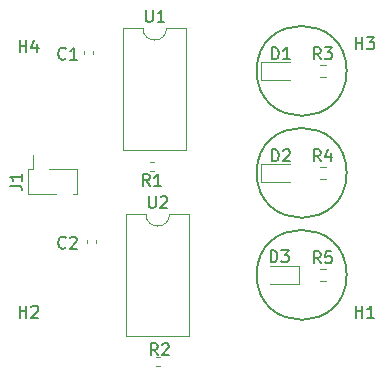
<source format=gbr>
%TF.GenerationSoftware,KiCad,Pcbnew,(6.0.1)*%
%TF.CreationDate,2022-06-16T19:17:59+05:45*%
%TF.ProjectId,Traffic Lights_555 timer,54726166-6669-4632-904c-69676874735f,rev?*%
%TF.SameCoordinates,Original*%
%TF.FileFunction,Legend,Top*%
%TF.FilePolarity,Positive*%
%FSLAX46Y46*%
G04 Gerber Fmt 4.6, Leading zero omitted, Abs format (unit mm)*
G04 Created by KiCad (PCBNEW (6.0.1)) date 2022-06-16 19:17:59*
%MOMM*%
%LPD*%
G01*
G04 APERTURE LIST*
%ADD10C,0.200000*%
%ADD11C,0.150000*%
%ADD12C,0.120000*%
G04 APERTURE END LIST*
D10*
X45720000Y-42672000D02*
G75*
G03*
X45720000Y-42672000I-3810000J0D01*
G01*
X45720000Y-34036000D02*
G75*
G03*
X45720000Y-34036000I-3810000J0D01*
G01*
X45720000Y-25400000D02*
G75*
G03*
X45720000Y-25400000I-3810000J0D01*
G01*
D11*
%TO.C,J1*%
X17220380Y-35131333D02*
X17934666Y-35131333D01*
X18077523Y-35178952D01*
X18172761Y-35274190D01*
X18220380Y-35417047D01*
X18220380Y-35512285D01*
X18220380Y-34131333D02*
X18220380Y-34702761D01*
X18220380Y-34417047D02*
X17220380Y-34417047D01*
X17363238Y-34512285D01*
X17458476Y-34607523D01*
X17506095Y-34702761D01*
%TO.C,H4*%
X18034095Y-23820380D02*
X18034095Y-22820380D01*
X18034095Y-23296571D02*
X18605523Y-23296571D01*
X18605523Y-23820380D02*
X18605523Y-22820380D01*
X19510285Y-23153714D02*
X19510285Y-23820380D01*
X19272190Y-22772761D02*
X19034095Y-23487047D01*
X19653142Y-23487047D01*
%TO.C,H3*%
X46482095Y-23566380D02*
X46482095Y-22566380D01*
X46482095Y-23042571D02*
X47053523Y-23042571D01*
X47053523Y-23566380D02*
X47053523Y-22566380D01*
X47434476Y-22566380D02*
X48053523Y-22566380D01*
X47720190Y-22947333D01*
X47863047Y-22947333D01*
X47958285Y-22994952D01*
X48005904Y-23042571D01*
X48053523Y-23137809D01*
X48053523Y-23375904D01*
X48005904Y-23471142D01*
X47958285Y-23518761D01*
X47863047Y-23566380D01*
X47577333Y-23566380D01*
X47482095Y-23518761D01*
X47434476Y-23471142D01*
%TO.C,H2*%
X18034095Y-46290380D02*
X18034095Y-45290380D01*
X18034095Y-45766571D02*
X18605523Y-45766571D01*
X18605523Y-46290380D02*
X18605523Y-45290380D01*
X19034095Y-45385619D02*
X19081714Y-45338000D01*
X19176952Y-45290380D01*
X19415047Y-45290380D01*
X19510285Y-45338000D01*
X19557904Y-45385619D01*
X19605523Y-45480857D01*
X19605523Y-45576095D01*
X19557904Y-45718952D01*
X18986476Y-46290380D01*
X19605523Y-46290380D01*
%TO.C,H1*%
X46482095Y-46290380D02*
X46482095Y-45290380D01*
X46482095Y-45766571D02*
X47053523Y-45766571D01*
X47053523Y-46290380D02*
X47053523Y-45290380D01*
X48053523Y-46290380D02*
X47482095Y-46290380D01*
X47767809Y-46290380D02*
X47767809Y-45290380D01*
X47672571Y-45433238D01*
X47577333Y-45528476D01*
X47482095Y-45576095D01*
%TO.C,U2*%
X28966095Y-35994380D02*
X28966095Y-36803904D01*
X29013714Y-36899142D01*
X29061333Y-36946761D01*
X29156571Y-36994380D01*
X29347047Y-36994380D01*
X29442285Y-36946761D01*
X29489904Y-36899142D01*
X29537523Y-36803904D01*
X29537523Y-35994380D01*
X29966095Y-36089619D02*
X30013714Y-36042000D01*
X30108952Y-35994380D01*
X30347047Y-35994380D01*
X30442285Y-36042000D01*
X30489904Y-36089619D01*
X30537523Y-36184857D01*
X30537523Y-36280095D01*
X30489904Y-36422952D01*
X29918476Y-36994380D01*
X30537523Y-36994380D01*
%TO.C,U1*%
X28712095Y-20246380D02*
X28712095Y-21055904D01*
X28759714Y-21151142D01*
X28807333Y-21198761D01*
X28902571Y-21246380D01*
X29093047Y-21246380D01*
X29188285Y-21198761D01*
X29235904Y-21151142D01*
X29283523Y-21055904D01*
X29283523Y-20246380D01*
X30283523Y-21246380D02*
X29712095Y-21246380D01*
X29997809Y-21246380D02*
X29997809Y-20246380D01*
X29902571Y-20389238D01*
X29807333Y-20484476D01*
X29712095Y-20532095D01*
%TO.C,R5*%
X43521333Y-41694380D02*
X43188000Y-41218190D01*
X42949904Y-41694380D02*
X42949904Y-40694380D01*
X43330857Y-40694380D01*
X43426095Y-40742000D01*
X43473714Y-40789619D01*
X43521333Y-40884857D01*
X43521333Y-41027714D01*
X43473714Y-41122952D01*
X43426095Y-41170571D01*
X43330857Y-41218190D01*
X42949904Y-41218190D01*
X44426095Y-40694380D02*
X43949904Y-40694380D01*
X43902285Y-41170571D01*
X43949904Y-41122952D01*
X44045142Y-41075333D01*
X44283238Y-41075333D01*
X44378476Y-41122952D01*
X44426095Y-41170571D01*
X44473714Y-41265809D01*
X44473714Y-41503904D01*
X44426095Y-41599142D01*
X44378476Y-41646761D01*
X44283238Y-41694380D01*
X44045142Y-41694380D01*
X43949904Y-41646761D01*
X43902285Y-41599142D01*
%TO.C,R4*%
X43521333Y-33058380D02*
X43188000Y-32582190D01*
X42949904Y-33058380D02*
X42949904Y-32058380D01*
X43330857Y-32058380D01*
X43426095Y-32106000D01*
X43473714Y-32153619D01*
X43521333Y-32248857D01*
X43521333Y-32391714D01*
X43473714Y-32486952D01*
X43426095Y-32534571D01*
X43330857Y-32582190D01*
X42949904Y-32582190D01*
X44378476Y-32391714D02*
X44378476Y-33058380D01*
X44140380Y-32010761D02*
X43902285Y-32725047D01*
X44521333Y-32725047D01*
%TO.C,R3*%
X43521333Y-24422380D02*
X43188000Y-23946190D01*
X42949904Y-24422380D02*
X42949904Y-23422380D01*
X43330857Y-23422380D01*
X43426095Y-23470000D01*
X43473714Y-23517619D01*
X43521333Y-23612857D01*
X43521333Y-23755714D01*
X43473714Y-23850952D01*
X43426095Y-23898571D01*
X43330857Y-23946190D01*
X42949904Y-23946190D01*
X43854666Y-23422380D02*
X44473714Y-23422380D01*
X44140380Y-23803333D01*
X44283238Y-23803333D01*
X44378476Y-23850952D01*
X44426095Y-23898571D01*
X44473714Y-23993809D01*
X44473714Y-24231904D01*
X44426095Y-24327142D01*
X44378476Y-24374761D01*
X44283238Y-24422380D01*
X43997523Y-24422380D01*
X43902285Y-24374761D01*
X43854666Y-24327142D01*
%TO.C,R2*%
X29718954Y-49474380D02*
X29385621Y-48998190D01*
X29147525Y-49474380D02*
X29147525Y-48474380D01*
X29528478Y-48474380D01*
X29623716Y-48522000D01*
X29671335Y-48569619D01*
X29718954Y-48664857D01*
X29718954Y-48807714D01*
X29671335Y-48902952D01*
X29623716Y-48950571D01*
X29528478Y-48998190D01*
X29147525Y-48998190D01*
X30099906Y-48569619D02*
X30147525Y-48522000D01*
X30242763Y-48474380D01*
X30480859Y-48474380D01*
X30576097Y-48522000D01*
X30623716Y-48569619D01*
X30671335Y-48664857D01*
X30671335Y-48760095D01*
X30623716Y-48902952D01*
X30052287Y-49474380D01*
X30671335Y-49474380D01*
%TO.C,R1*%
X29043333Y-35150380D02*
X28710000Y-34674190D01*
X28471904Y-35150380D02*
X28471904Y-34150380D01*
X28852857Y-34150380D01*
X28948095Y-34198000D01*
X28995714Y-34245619D01*
X29043333Y-34340857D01*
X29043333Y-34483714D01*
X28995714Y-34578952D01*
X28948095Y-34626571D01*
X28852857Y-34674190D01*
X28471904Y-34674190D01*
X29995714Y-35150380D02*
X29424285Y-35150380D01*
X29710000Y-35150380D02*
X29710000Y-34150380D01*
X29614761Y-34293238D01*
X29519523Y-34388476D01*
X29424285Y-34436095D01*
%TO.C,D3*%
X39280904Y-41600380D02*
X39280904Y-40600380D01*
X39519000Y-40600380D01*
X39661857Y-40648000D01*
X39757095Y-40743238D01*
X39804714Y-40838476D01*
X39852333Y-41028952D01*
X39852333Y-41171809D01*
X39804714Y-41362285D01*
X39757095Y-41457523D01*
X39661857Y-41552761D01*
X39519000Y-41600380D01*
X39280904Y-41600380D01*
X40185666Y-40600380D02*
X40804714Y-40600380D01*
X40471380Y-40981333D01*
X40614238Y-40981333D01*
X40709476Y-41028952D01*
X40757095Y-41076571D01*
X40804714Y-41171809D01*
X40804714Y-41409904D01*
X40757095Y-41505142D01*
X40709476Y-41552761D01*
X40614238Y-41600380D01*
X40328523Y-41600380D01*
X40233285Y-41552761D01*
X40185666Y-41505142D01*
%TO.C,D2*%
X39393904Y-33058380D02*
X39393904Y-32058380D01*
X39632000Y-32058380D01*
X39774857Y-32106000D01*
X39870095Y-32201238D01*
X39917714Y-32296476D01*
X39965333Y-32486952D01*
X39965333Y-32629809D01*
X39917714Y-32820285D01*
X39870095Y-32915523D01*
X39774857Y-33010761D01*
X39632000Y-33058380D01*
X39393904Y-33058380D01*
X40346285Y-32153619D02*
X40393904Y-32106000D01*
X40489142Y-32058380D01*
X40727238Y-32058380D01*
X40822476Y-32106000D01*
X40870095Y-32153619D01*
X40917714Y-32248857D01*
X40917714Y-32344095D01*
X40870095Y-32486952D01*
X40298666Y-33058380D01*
X40917714Y-33058380D01*
%TO.C,D1*%
X39393904Y-24422380D02*
X39393904Y-23422380D01*
X39632000Y-23422380D01*
X39774857Y-23470000D01*
X39870095Y-23565238D01*
X39917714Y-23660476D01*
X39965333Y-23850952D01*
X39965333Y-23993809D01*
X39917714Y-24184285D01*
X39870095Y-24279523D01*
X39774857Y-24374761D01*
X39632000Y-24422380D01*
X39393904Y-24422380D01*
X40917714Y-24422380D02*
X40346285Y-24422380D01*
X40632000Y-24422380D02*
X40632000Y-23422380D01*
X40536761Y-23565238D01*
X40441523Y-23660476D01*
X40346285Y-23708095D01*
%TO.C,C2*%
X21931333Y-40350977D02*
X21883714Y-40398596D01*
X21740857Y-40446215D01*
X21645619Y-40446215D01*
X21502761Y-40398596D01*
X21407523Y-40303358D01*
X21359904Y-40208120D01*
X21312285Y-40017644D01*
X21312285Y-39874787D01*
X21359904Y-39684311D01*
X21407523Y-39589073D01*
X21502761Y-39493835D01*
X21645619Y-39446215D01*
X21740857Y-39446215D01*
X21883714Y-39493835D01*
X21931333Y-39541454D01*
X22312285Y-39541454D02*
X22359904Y-39493835D01*
X22455142Y-39446215D01*
X22693238Y-39446215D01*
X22788476Y-39493835D01*
X22836095Y-39541454D01*
X22883714Y-39636692D01*
X22883714Y-39731930D01*
X22836095Y-39874787D01*
X22264666Y-40446215D01*
X22883714Y-40446215D01*
%TO.C,C1*%
X21931333Y-24348977D02*
X21883714Y-24396596D01*
X21740857Y-24444215D01*
X21645619Y-24444215D01*
X21502761Y-24396596D01*
X21407523Y-24301358D01*
X21359904Y-24206120D01*
X21312285Y-24015644D01*
X21312285Y-23872787D01*
X21359904Y-23682311D01*
X21407523Y-23587073D01*
X21502761Y-23491835D01*
X21645619Y-23444215D01*
X21740857Y-23444215D01*
X21883714Y-23491835D01*
X21931333Y-23539454D01*
X22883714Y-24444215D02*
X22312285Y-24444215D01*
X22598000Y-24444215D02*
X22598000Y-23444215D01*
X22502761Y-23587073D01*
X22407523Y-23682311D01*
X22312285Y-23729930D01*
D12*
%TO.C,J1*%
X18768000Y-35858000D02*
X21143000Y-35858000D01*
X20513000Y-33738000D02*
X22888000Y-33738000D01*
X18768000Y-35858000D02*
X18768000Y-33738000D01*
X22888000Y-35858000D02*
X22888000Y-33738000D01*
X18768000Y-33738000D02*
X19143000Y-33738000D01*
X22513000Y-35858000D02*
X22888000Y-35858000D01*
X19143000Y-33738000D02*
X19143000Y-32508000D01*
%TO.C,U2*%
X32378000Y-37542000D02*
X30728000Y-37542000D01*
X27078000Y-37542000D02*
X27078000Y-47822000D01*
X32378000Y-47822000D02*
X32378000Y-37542000D01*
X28728000Y-37542000D02*
X27078000Y-37542000D01*
X27078000Y-47822000D02*
X32378000Y-47822000D01*
X28728000Y-37542000D02*
G75*
G03*
X30728000Y-37542000I1000000J0D01*
G01*
%TO.C,U1*%
X32124000Y-21794000D02*
X30474000Y-21794000D01*
X26824000Y-21794000D02*
X26824000Y-32074000D01*
X32124000Y-32074000D02*
X32124000Y-21794000D01*
X28474000Y-21794000D02*
X26824000Y-21794000D01*
X26824000Y-32074000D02*
X32124000Y-32074000D01*
X28474000Y-21794000D02*
G75*
G03*
X30474000Y-21794000I1000000J0D01*
G01*
%TO.C,R5*%
X43433276Y-42149500D02*
X43942724Y-42149500D01*
X43433276Y-43194500D02*
X43942724Y-43194500D01*
%TO.C,R4*%
X43433276Y-34558500D02*
X43942724Y-34558500D01*
X43433276Y-33513500D02*
X43942724Y-33513500D01*
%TO.C,R3*%
X43433276Y-24877500D02*
X43942724Y-24877500D01*
X43433276Y-25922500D02*
X43942724Y-25922500D01*
%TO.C,R2*%
X29885621Y-50418000D02*
X29550379Y-50418000D01*
X29885621Y-49658000D02*
X29550379Y-49658000D01*
%TO.C,R1*%
X29377621Y-33908000D02*
X29042379Y-33908000D01*
X29377621Y-33148000D02*
X29042379Y-33148000D01*
%TO.C,D3*%
X39219000Y-43407000D02*
X41679000Y-43407000D01*
X41679000Y-41937000D02*
X39219000Y-41937000D01*
X41679000Y-43407000D02*
X41679000Y-41937000D01*
%TO.C,D2*%
X38472000Y-33301000D02*
X38472000Y-34771000D01*
X38472000Y-34771000D02*
X40932000Y-34771000D01*
X40932000Y-33301000D02*
X38472000Y-33301000D01*
%TO.C,D1*%
X40932000Y-24665000D02*
X38472000Y-24665000D01*
X38472000Y-26135000D02*
X40932000Y-26135000D01*
X38472000Y-24665000D02*
X38472000Y-26135000D01*
%TO.C,C2*%
X24490000Y-39762165D02*
X24490000Y-39993835D01*
X23770000Y-39762165D02*
X23770000Y-39993835D01*
%TO.C,C1*%
X23516000Y-23991835D02*
X23516000Y-23760165D01*
X24236000Y-23991835D02*
X24236000Y-23760165D01*
%TD*%
M02*

</source>
